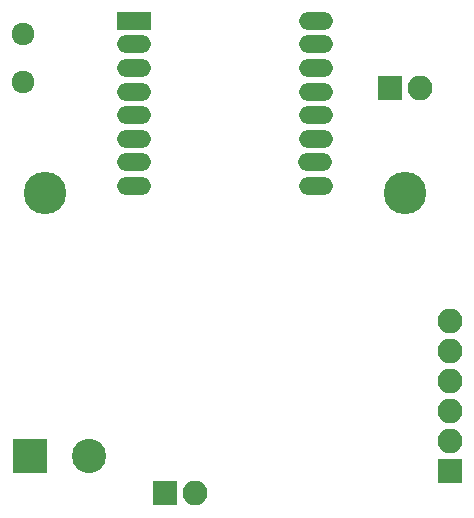
<source format=gbr>
G04 #@! TF.FileFunction,Soldermask,Bot*
%FSLAX46Y46*%
G04 Gerber Fmt 4.6, Leading zero omitted, Abs format (unit mm)*
G04 Created by KiCad (PCBNEW 4.0.5) date 2017 May 09, Tuesday 22:40:34*
%MOMM*%
%LPD*%
G01*
G04 APERTURE LIST*
%ADD10C,0.100000*%
%ADD11R,2.900000X1.500000*%
%ADD12O,2.900000X1.500000*%
%ADD13C,1.924000*%
%ADD14R,2.900000X2.900000*%
%ADD15C,2.900000*%
%ADD16R,2.100000X2.100000*%
%ADD17O,2.100000X2.100000*%
%ADD18C,3.600000*%
G04 APERTURE END LIST*
D10*
D11*
X166940000Y-85725000D03*
D12*
X166940000Y-87725000D03*
X166940000Y-89725000D03*
X166940000Y-91725000D03*
X166940000Y-93725000D03*
X166940000Y-95725000D03*
X166940000Y-97725000D03*
X166940000Y-99725000D03*
X182340000Y-99725000D03*
X182240000Y-97725000D03*
X182340000Y-95725000D03*
X182340000Y-93725000D03*
X182340000Y-91725000D03*
X182340000Y-89725000D03*
X182340000Y-87725000D03*
X182340000Y-85725000D03*
D13*
X157480000Y-86868000D03*
X157480000Y-90932000D03*
D14*
X158115000Y-122555000D03*
D15*
X163115000Y-122555000D03*
D16*
X169545000Y-125730000D03*
D17*
X172085000Y-125730000D03*
D16*
X193675000Y-123825000D03*
D17*
X193675000Y-121285000D03*
X193675000Y-118745000D03*
X193675000Y-116205000D03*
X193675000Y-113665000D03*
X193675000Y-111125000D03*
D16*
X188595000Y-91440000D03*
D17*
X191135000Y-91440000D03*
D18*
X159385000Y-100330000D03*
X189865000Y-100330000D03*
M02*

</source>
